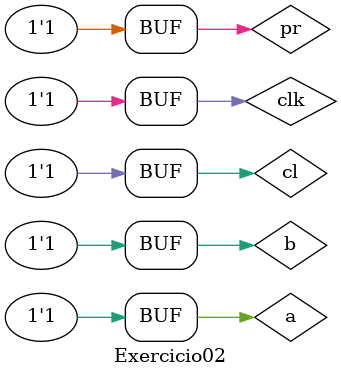
<source format=v>

module latchSR (q, q1, s, r, clk, pr, cl);

	input s, r, clk, pr, cl;
	output q, q1;
	wire w0, w1;
	
	//assign q1 = ~q;
	
	nand (w0, s, clk);
	nand (w1, r, clk);
	nand (q, pr, q1, w0);
	nand (q1, cl, q, w1);
	
endmodule// latch SR

module Exercicio02;

	reg a, b, pr, cl, clk;
	wire q, q1;
	
	latchSR L1 (q, q1, a, b, clk, pr, cl);
	
	initial
	begin
		
		$display ("Exercicio 2");
		$display ("Teste de Latch SR");
		$display ("");
		$display ("S R Q ~Q  Pr  Cl  Clk");
		a=0; b=0; pr = 0; cl = 0; clk = 0;
		$monitor ("%b %b %b %b  %b  %b  %b", a, b, q, q1, pr, cl, clk);
		#1 a=0; b=1; pr = 0; cl = 0;
		#1 a=1; b=0; pr = 0; cl = 0;
		#1 a=1; b=1; pr = 0; cl = 0;
		#1 a=0; b=0; pr = 1; cl = 0;
		#1 a=0; b=1; pr = 1; cl = 0;
		#1 a=1; b=0; pr = 1; cl = 0;
		#1 a=1; b=1; pr = 1; cl = 0;
		#1 a=0; b=0; pr = 0; cl = 1;
		#1 a=0; b=1; pr = 0; cl = 1;
		#1 a=1; b=0; pr = 0; cl = 1;
		#1 a=1; b=1; pr = 0; cl = 1;
		#1 a=0; b=0; pr = 1; cl = 1;
		#1 a=0; b=1; pr = 1; cl = 1;
		#1 a=1; b=0; pr = 1; cl = 1;
		#1 a=1; b=1; pr = 1; cl = 1;
		
		#1 a=0; b=0; pr = 0; cl = 0; clk = 1;
		#1 a=0; b=1; pr = 0; cl = 0;
		#1 a=1; b=0; pr = 0; cl = 0;
		#1 a=1; b=1; pr = 0; cl = 0;
		#1 a=0; b=0; pr = 1; cl = 0;
		#1 a=0; b=1; pr = 1; cl = 0;
		#1 a=1; b=0; pr = 1; cl = 0;
		#1 a=1; b=1; pr = 1; cl = 0;
		#1 a=0; b=0; pr = 0; cl = 1;
		#1 a=0; b=1; pr = 0; cl = 1;
		#1 a=1; b=0; pr = 0; cl = 1;
		#1 a=1; b=1; pr = 0; cl = 1;
		#1 a=0; b=0; pr = 1; cl = 1;
		#1 a=0; b=1; pr = 1; cl = 1;
		#1 a=1; b=0; pr = 1; cl = 1;
		#1 a=1; b=1; pr = 1; cl = 1;

		
	end
endmodule// test
</source>
